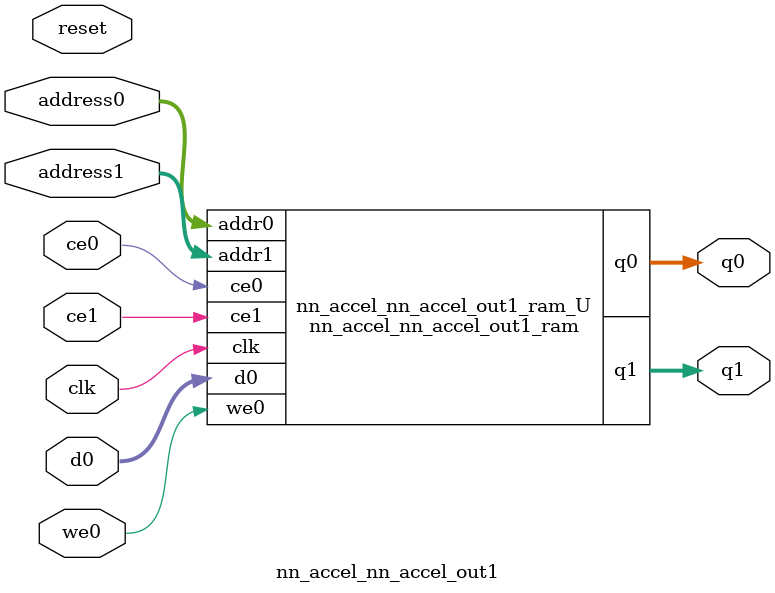
<source format=v>
`timescale 1 ns / 1 ps
module nn_accel_nn_accel_out1_ram (addr0, ce0, d0, we0, q0, addr1, ce1, q1,  clk);

parameter DWIDTH = 32;
parameter AWIDTH = 3;
parameter MEM_SIZE = 6;

input[AWIDTH-1:0] addr0;
input ce0;
input[DWIDTH-1:0] d0;
input we0;
output reg[DWIDTH-1:0] q0;
input[AWIDTH-1:0] addr1;
input ce1;
output reg[DWIDTH-1:0] q1;
input clk;

(* ram_style = "distributed" *)reg [DWIDTH-1:0] ram[0:MEM_SIZE-1];




always @(posedge clk)  
begin 
    if (ce0) begin
        if (we0) 
            ram[addr0] <= d0; 
        q0 <= ram[addr0];
    end
end


always @(posedge clk)  
begin 
    if (ce1) begin
        q1 <= ram[addr1];
    end
end


endmodule

`timescale 1 ns / 1 ps
module nn_accel_nn_accel_out1(
    reset,
    clk,
    address0,
    ce0,
    we0,
    d0,
    q0,
    address1,
    ce1,
    q1);

parameter DataWidth = 32'd32;
parameter AddressRange = 32'd6;
parameter AddressWidth = 32'd3;
input reset;
input clk;
input[AddressWidth - 1:0] address0;
input ce0;
input we0;
input[DataWidth - 1:0] d0;
output[DataWidth - 1:0] q0;
input[AddressWidth - 1:0] address1;
input ce1;
output[DataWidth - 1:0] q1;



nn_accel_nn_accel_out1_ram nn_accel_nn_accel_out1_ram_U(
    .clk( clk ),
    .addr0( address0 ),
    .ce0( ce0 ),
    .we0( we0 ),
    .d0( d0 ),
    .q0( q0 ),
    .addr1( address1 ),
    .ce1( ce1 ),
    .q1( q1 ));

endmodule


</source>
